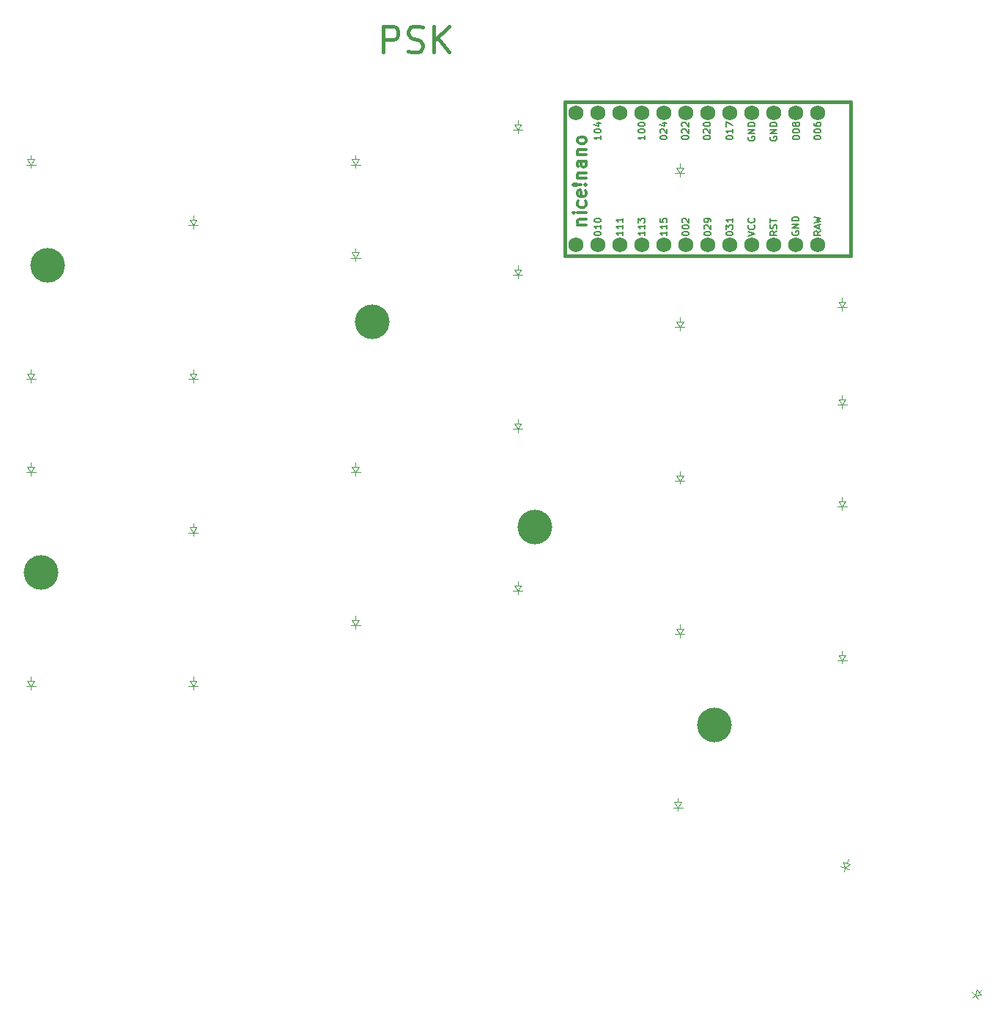
<source format=gbr>
%TF.GenerationSoftware,KiCad,Pcbnew,8.0.7*%
%TF.CreationDate,2024-12-27T12:49:26-06:00*%
%TF.ProjectId,left,6c656674-2e6b-4696-9361-645f70636258,v1.0.0*%
%TF.SameCoordinates,Original*%
%TF.FileFunction,Legend,Top*%
%TF.FilePolarity,Positive*%
%FSLAX46Y46*%
G04 Gerber Fmt 4.6, Leading zero omitted, Abs format (unit mm)*
G04 Created by KiCad (PCBNEW 8.0.7) date 2024-12-27 12:49:26*
%MOMM*%
%LPD*%
G01*
G04 APERTURE LIST*
%ADD10C,0.400000*%
%ADD11C,0.150000*%
%ADD12C,0.300000*%
%ADD13C,0.100000*%
%ADD14C,0.381000*%
%ADD15C,1.752600*%
%ADD16C,4.000000*%
G04 APERTURE END LIST*
D10*
X148527442Y-80617057D02*
X148527442Y-77617057D01*
X148527442Y-77617057D02*
X149670299Y-77617057D01*
X149670299Y-77617057D02*
X149956014Y-77759914D01*
X149956014Y-77759914D02*
X150098871Y-77902771D01*
X150098871Y-77902771D02*
X150241728Y-78188485D01*
X150241728Y-78188485D02*
X150241728Y-78617057D01*
X150241728Y-78617057D02*
X150098871Y-78902771D01*
X150098871Y-78902771D02*
X149956014Y-79045628D01*
X149956014Y-79045628D02*
X149670299Y-79188485D01*
X149670299Y-79188485D02*
X148527442Y-79188485D01*
X151384585Y-80474200D02*
X151813157Y-80617057D01*
X151813157Y-80617057D02*
X152527442Y-80617057D01*
X152527442Y-80617057D02*
X152813157Y-80474200D01*
X152813157Y-80474200D02*
X152956014Y-80331342D01*
X152956014Y-80331342D02*
X153098871Y-80045628D01*
X153098871Y-80045628D02*
X153098871Y-79759914D01*
X153098871Y-79759914D02*
X152956014Y-79474200D01*
X152956014Y-79474200D02*
X152813157Y-79331342D01*
X152813157Y-79331342D02*
X152527442Y-79188485D01*
X152527442Y-79188485D02*
X151956014Y-79045628D01*
X151956014Y-79045628D02*
X151670299Y-78902771D01*
X151670299Y-78902771D02*
X151527442Y-78759914D01*
X151527442Y-78759914D02*
X151384585Y-78474200D01*
X151384585Y-78474200D02*
X151384585Y-78188485D01*
X151384585Y-78188485D02*
X151527442Y-77902771D01*
X151527442Y-77902771D02*
X151670299Y-77759914D01*
X151670299Y-77759914D02*
X151956014Y-77617057D01*
X151956014Y-77617057D02*
X152670299Y-77617057D01*
X152670299Y-77617057D02*
X153098871Y-77759914D01*
X154384585Y-80617057D02*
X154384585Y-77617057D01*
X156098871Y-80617057D02*
X154813157Y-78902771D01*
X156098871Y-77617057D02*
X154384585Y-79331342D01*
D11*
X195812295Y-90512809D02*
X195812295Y-90436619D01*
X195812295Y-90436619D02*
X195850390Y-90360428D01*
X195850390Y-90360428D02*
X195888485Y-90322333D01*
X195888485Y-90322333D02*
X195964676Y-90284238D01*
X195964676Y-90284238D02*
X196117057Y-90246143D01*
X196117057Y-90246143D02*
X196307533Y-90246143D01*
X196307533Y-90246143D02*
X196459914Y-90284238D01*
X196459914Y-90284238D02*
X196536104Y-90322333D01*
X196536104Y-90322333D02*
X196574200Y-90360428D01*
X196574200Y-90360428D02*
X196612295Y-90436619D01*
X196612295Y-90436619D02*
X196612295Y-90512809D01*
X196612295Y-90512809D02*
X196574200Y-90589000D01*
X196574200Y-90589000D02*
X196536104Y-90627095D01*
X196536104Y-90627095D02*
X196459914Y-90665190D01*
X196459914Y-90665190D02*
X196307533Y-90703286D01*
X196307533Y-90703286D02*
X196117057Y-90703286D01*
X196117057Y-90703286D02*
X195964676Y-90665190D01*
X195964676Y-90665190D02*
X195888485Y-90627095D01*
X195888485Y-90627095D02*
X195850390Y-90589000D01*
X195850390Y-90589000D02*
X195812295Y-90512809D01*
X195812295Y-89750904D02*
X195812295Y-89674714D01*
X195812295Y-89674714D02*
X195850390Y-89598523D01*
X195850390Y-89598523D02*
X195888485Y-89560428D01*
X195888485Y-89560428D02*
X195964676Y-89522333D01*
X195964676Y-89522333D02*
X196117057Y-89484238D01*
X196117057Y-89484238D02*
X196307533Y-89484238D01*
X196307533Y-89484238D02*
X196459914Y-89522333D01*
X196459914Y-89522333D02*
X196536104Y-89560428D01*
X196536104Y-89560428D02*
X196574200Y-89598523D01*
X196574200Y-89598523D02*
X196612295Y-89674714D01*
X196612295Y-89674714D02*
X196612295Y-89750904D01*
X196612295Y-89750904D02*
X196574200Y-89827095D01*
X196574200Y-89827095D02*
X196536104Y-89865190D01*
X196536104Y-89865190D02*
X196459914Y-89903285D01*
X196459914Y-89903285D02*
X196307533Y-89941381D01*
X196307533Y-89941381D02*
X196117057Y-89941381D01*
X196117057Y-89941381D02*
X195964676Y-89903285D01*
X195964676Y-89903285D02*
X195888485Y-89865190D01*
X195888485Y-89865190D02*
X195850390Y-89827095D01*
X195850390Y-89827095D02*
X195812295Y-89750904D01*
X196155152Y-89027095D02*
X196117057Y-89103285D01*
X196117057Y-89103285D02*
X196078961Y-89141380D01*
X196078961Y-89141380D02*
X196002771Y-89179476D01*
X196002771Y-89179476D02*
X195964676Y-89179476D01*
X195964676Y-89179476D02*
X195888485Y-89141380D01*
X195888485Y-89141380D02*
X195850390Y-89103285D01*
X195850390Y-89103285D02*
X195812295Y-89027095D01*
X195812295Y-89027095D02*
X195812295Y-88874714D01*
X195812295Y-88874714D02*
X195850390Y-88798523D01*
X195850390Y-88798523D02*
X195888485Y-88760428D01*
X195888485Y-88760428D02*
X195964676Y-88722333D01*
X195964676Y-88722333D02*
X196002771Y-88722333D01*
X196002771Y-88722333D02*
X196078961Y-88760428D01*
X196078961Y-88760428D02*
X196117057Y-88798523D01*
X196117057Y-88798523D02*
X196155152Y-88874714D01*
X196155152Y-88874714D02*
X196155152Y-89027095D01*
X196155152Y-89027095D02*
X196193247Y-89103285D01*
X196193247Y-89103285D02*
X196231342Y-89141380D01*
X196231342Y-89141380D02*
X196307533Y-89179476D01*
X196307533Y-89179476D02*
X196459914Y-89179476D01*
X196459914Y-89179476D02*
X196536104Y-89141380D01*
X196536104Y-89141380D02*
X196574200Y-89103285D01*
X196574200Y-89103285D02*
X196612295Y-89027095D01*
X196612295Y-89027095D02*
X196612295Y-88874714D01*
X196612295Y-88874714D02*
X196574200Y-88798523D01*
X196574200Y-88798523D02*
X196536104Y-88760428D01*
X196536104Y-88760428D02*
X196459914Y-88722333D01*
X196459914Y-88722333D02*
X196307533Y-88722333D01*
X196307533Y-88722333D02*
X196231342Y-88760428D01*
X196231342Y-88760428D02*
X196193247Y-88798523D01*
X196193247Y-88798523D02*
X196155152Y-88874714D01*
X193240390Y-90398523D02*
X193202295Y-90474713D01*
X193202295Y-90474713D02*
X193202295Y-90588999D01*
X193202295Y-90588999D02*
X193240390Y-90703285D01*
X193240390Y-90703285D02*
X193316580Y-90779475D01*
X193316580Y-90779475D02*
X193392771Y-90817570D01*
X193392771Y-90817570D02*
X193545152Y-90855666D01*
X193545152Y-90855666D02*
X193659438Y-90855666D01*
X193659438Y-90855666D02*
X193811819Y-90817570D01*
X193811819Y-90817570D02*
X193888009Y-90779475D01*
X193888009Y-90779475D02*
X193964200Y-90703285D01*
X193964200Y-90703285D02*
X194002295Y-90588999D01*
X194002295Y-90588999D02*
X194002295Y-90512808D01*
X194002295Y-90512808D02*
X193964200Y-90398523D01*
X193964200Y-90398523D02*
X193926104Y-90360427D01*
X193926104Y-90360427D02*
X193659438Y-90360427D01*
X193659438Y-90360427D02*
X193659438Y-90512808D01*
X194002295Y-90017570D02*
X193202295Y-90017570D01*
X193202295Y-90017570D02*
X194002295Y-89560427D01*
X194002295Y-89560427D02*
X193202295Y-89560427D01*
X194002295Y-89179475D02*
X193202295Y-89179475D01*
X193202295Y-89179475D02*
X193202295Y-88988999D01*
X193202295Y-88988999D02*
X193240390Y-88874713D01*
X193240390Y-88874713D02*
X193316580Y-88798523D01*
X193316580Y-88798523D02*
X193392771Y-88760428D01*
X193392771Y-88760428D02*
X193545152Y-88722332D01*
X193545152Y-88722332D02*
X193659438Y-88722332D01*
X193659438Y-88722332D02*
X193811819Y-88760428D01*
X193811819Y-88760428D02*
X193888009Y-88798523D01*
X193888009Y-88798523D02*
X193964200Y-88874713D01*
X193964200Y-88874713D02*
X194002295Y-88988999D01*
X194002295Y-88988999D02*
X194002295Y-89179475D01*
X199082295Y-101276095D02*
X198701342Y-101542762D01*
X199082295Y-101733238D02*
X198282295Y-101733238D01*
X198282295Y-101733238D02*
X198282295Y-101428476D01*
X198282295Y-101428476D02*
X198320390Y-101352286D01*
X198320390Y-101352286D02*
X198358485Y-101314191D01*
X198358485Y-101314191D02*
X198434676Y-101276095D01*
X198434676Y-101276095D02*
X198548961Y-101276095D01*
X198548961Y-101276095D02*
X198625152Y-101314191D01*
X198625152Y-101314191D02*
X198663247Y-101352286D01*
X198663247Y-101352286D02*
X198701342Y-101428476D01*
X198701342Y-101428476D02*
X198701342Y-101733238D01*
X198853723Y-100971334D02*
X198853723Y-100590381D01*
X199082295Y-101047524D02*
X198282295Y-100780857D01*
X198282295Y-100780857D02*
X199082295Y-100514191D01*
X198282295Y-100323715D02*
X199082295Y-100133239D01*
X199082295Y-100133239D02*
X198510866Y-99980858D01*
X198510866Y-99980858D02*
X199082295Y-99828477D01*
X199082295Y-99828477D02*
X198282295Y-99638001D01*
X195780390Y-101314190D02*
X195742295Y-101390380D01*
X195742295Y-101390380D02*
X195742295Y-101504666D01*
X195742295Y-101504666D02*
X195780390Y-101618952D01*
X195780390Y-101618952D02*
X195856580Y-101695142D01*
X195856580Y-101695142D02*
X195932771Y-101733237D01*
X195932771Y-101733237D02*
X196085152Y-101771333D01*
X196085152Y-101771333D02*
X196199438Y-101771333D01*
X196199438Y-101771333D02*
X196351819Y-101733237D01*
X196351819Y-101733237D02*
X196428009Y-101695142D01*
X196428009Y-101695142D02*
X196504200Y-101618952D01*
X196504200Y-101618952D02*
X196542295Y-101504666D01*
X196542295Y-101504666D02*
X196542295Y-101428475D01*
X196542295Y-101428475D02*
X196504200Y-101314190D01*
X196504200Y-101314190D02*
X196466104Y-101276094D01*
X196466104Y-101276094D02*
X196199438Y-101276094D01*
X196199438Y-101276094D02*
X196199438Y-101428475D01*
X196542295Y-100933237D02*
X195742295Y-100933237D01*
X195742295Y-100933237D02*
X196542295Y-100476094D01*
X196542295Y-100476094D02*
X195742295Y-100476094D01*
X196542295Y-100095142D02*
X195742295Y-100095142D01*
X195742295Y-100095142D02*
X195742295Y-99904666D01*
X195742295Y-99904666D02*
X195780390Y-99790380D01*
X195780390Y-99790380D02*
X195856580Y-99714190D01*
X195856580Y-99714190D02*
X195932771Y-99676095D01*
X195932771Y-99676095D02*
X196085152Y-99637999D01*
X196085152Y-99637999D02*
X196199438Y-99637999D01*
X196199438Y-99637999D02*
X196351819Y-99676095D01*
X196351819Y-99676095D02*
X196428009Y-99714190D01*
X196428009Y-99714190D02*
X196504200Y-99790380D01*
X196504200Y-99790380D02*
X196542295Y-99904666D01*
X196542295Y-99904666D02*
X196542295Y-100095142D01*
X180502295Y-90512809D02*
X180502295Y-90436619D01*
X180502295Y-90436619D02*
X180540390Y-90360428D01*
X180540390Y-90360428D02*
X180578485Y-90322333D01*
X180578485Y-90322333D02*
X180654676Y-90284238D01*
X180654676Y-90284238D02*
X180807057Y-90246143D01*
X180807057Y-90246143D02*
X180997533Y-90246143D01*
X180997533Y-90246143D02*
X181149914Y-90284238D01*
X181149914Y-90284238D02*
X181226104Y-90322333D01*
X181226104Y-90322333D02*
X181264200Y-90360428D01*
X181264200Y-90360428D02*
X181302295Y-90436619D01*
X181302295Y-90436619D02*
X181302295Y-90512809D01*
X181302295Y-90512809D02*
X181264200Y-90589000D01*
X181264200Y-90589000D02*
X181226104Y-90627095D01*
X181226104Y-90627095D02*
X181149914Y-90665190D01*
X181149914Y-90665190D02*
X180997533Y-90703286D01*
X180997533Y-90703286D02*
X180807057Y-90703286D01*
X180807057Y-90703286D02*
X180654676Y-90665190D01*
X180654676Y-90665190D02*
X180578485Y-90627095D01*
X180578485Y-90627095D02*
X180540390Y-90589000D01*
X180540390Y-90589000D02*
X180502295Y-90512809D01*
X180578485Y-89941381D02*
X180540390Y-89903285D01*
X180540390Y-89903285D02*
X180502295Y-89827095D01*
X180502295Y-89827095D02*
X180502295Y-89636619D01*
X180502295Y-89636619D02*
X180540390Y-89560428D01*
X180540390Y-89560428D02*
X180578485Y-89522333D01*
X180578485Y-89522333D02*
X180654676Y-89484238D01*
X180654676Y-89484238D02*
X180730866Y-89484238D01*
X180730866Y-89484238D02*
X180845152Y-89522333D01*
X180845152Y-89522333D02*
X181302295Y-89979476D01*
X181302295Y-89979476D02*
X181302295Y-89484238D01*
X180768961Y-88798523D02*
X181302295Y-88798523D01*
X180464200Y-88988999D02*
X181035628Y-89179476D01*
X181035628Y-89179476D02*
X181035628Y-88684237D01*
X181302295Y-101320524D02*
X181302295Y-101777667D01*
X181302295Y-101549095D02*
X180502295Y-101549095D01*
X180502295Y-101549095D02*
X180616580Y-101625286D01*
X180616580Y-101625286D02*
X180692771Y-101701476D01*
X180692771Y-101701476D02*
X180730866Y-101777667D01*
X181302295Y-100558619D02*
X181302295Y-101015762D01*
X181302295Y-100787190D02*
X180502295Y-100787190D01*
X180502295Y-100787190D02*
X180616580Y-100863381D01*
X180616580Y-100863381D02*
X180692771Y-100939571D01*
X180692771Y-100939571D02*
X180730866Y-101015762D01*
X180502295Y-99834809D02*
X180502295Y-100215761D01*
X180502295Y-100215761D02*
X180883247Y-100253857D01*
X180883247Y-100253857D02*
X180845152Y-100215761D01*
X180845152Y-100215761D02*
X180807057Y-100139571D01*
X180807057Y-100139571D02*
X180807057Y-99949095D01*
X180807057Y-99949095D02*
X180845152Y-99872904D01*
X180845152Y-99872904D02*
X180883247Y-99834809D01*
X180883247Y-99834809D02*
X180959438Y-99796714D01*
X180959438Y-99796714D02*
X181149914Y-99796714D01*
X181149914Y-99796714D02*
X181226104Y-99834809D01*
X181226104Y-99834809D02*
X181264200Y-99872904D01*
X181264200Y-99872904D02*
X181302295Y-99949095D01*
X181302295Y-99949095D02*
X181302295Y-100139571D01*
X181302295Y-100139571D02*
X181264200Y-100215761D01*
X181264200Y-100215761D02*
X181226104Y-100253857D01*
X178762295Y-101320524D02*
X178762295Y-101777667D01*
X178762295Y-101549095D02*
X177962295Y-101549095D01*
X177962295Y-101549095D02*
X178076580Y-101625286D01*
X178076580Y-101625286D02*
X178152771Y-101701476D01*
X178152771Y-101701476D02*
X178190866Y-101777667D01*
X178762295Y-100558619D02*
X178762295Y-101015762D01*
X178762295Y-100787190D02*
X177962295Y-100787190D01*
X177962295Y-100787190D02*
X178076580Y-100863381D01*
X178076580Y-100863381D02*
X178152771Y-100939571D01*
X178152771Y-100939571D02*
X178190866Y-101015762D01*
X177962295Y-100291952D02*
X177962295Y-99796714D01*
X177962295Y-99796714D02*
X178267057Y-100063380D01*
X178267057Y-100063380D02*
X178267057Y-99949095D01*
X178267057Y-99949095D02*
X178305152Y-99872904D01*
X178305152Y-99872904D02*
X178343247Y-99834809D01*
X178343247Y-99834809D02*
X178419438Y-99796714D01*
X178419438Y-99796714D02*
X178609914Y-99796714D01*
X178609914Y-99796714D02*
X178686104Y-99834809D01*
X178686104Y-99834809D02*
X178724200Y-99872904D01*
X178724200Y-99872904D02*
X178762295Y-99949095D01*
X178762295Y-99949095D02*
X178762295Y-100177666D01*
X178762295Y-100177666D02*
X178724200Y-100253857D01*
X178724200Y-100253857D02*
X178686104Y-100291952D01*
X188122295Y-101587190D02*
X188122295Y-101511000D01*
X188122295Y-101511000D02*
X188160390Y-101434809D01*
X188160390Y-101434809D02*
X188198485Y-101396714D01*
X188198485Y-101396714D02*
X188274676Y-101358619D01*
X188274676Y-101358619D02*
X188427057Y-101320524D01*
X188427057Y-101320524D02*
X188617533Y-101320524D01*
X188617533Y-101320524D02*
X188769914Y-101358619D01*
X188769914Y-101358619D02*
X188846104Y-101396714D01*
X188846104Y-101396714D02*
X188884200Y-101434809D01*
X188884200Y-101434809D02*
X188922295Y-101511000D01*
X188922295Y-101511000D02*
X188922295Y-101587190D01*
X188922295Y-101587190D02*
X188884200Y-101663381D01*
X188884200Y-101663381D02*
X188846104Y-101701476D01*
X188846104Y-101701476D02*
X188769914Y-101739571D01*
X188769914Y-101739571D02*
X188617533Y-101777667D01*
X188617533Y-101777667D02*
X188427057Y-101777667D01*
X188427057Y-101777667D02*
X188274676Y-101739571D01*
X188274676Y-101739571D02*
X188198485Y-101701476D01*
X188198485Y-101701476D02*
X188160390Y-101663381D01*
X188160390Y-101663381D02*
X188122295Y-101587190D01*
X188122295Y-101053857D02*
X188122295Y-100558619D01*
X188122295Y-100558619D02*
X188427057Y-100825285D01*
X188427057Y-100825285D02*
X188427057Y-100711000D01*
X188427057Y-100711000D02*
X188465152Y-100634809D01*
X188465152Y-100634809D02*
X188503247Y-100596714D01*
X188503247Y-100596714D02*
X188579438Y-100558619D01*
X188579438Y-100558619D02*
X188769914Y-100558619D01*
X188769914Y-100558619D02*
X188846104Y-100596714D01*
X188846104Y-100596714D02*
X188884200Y-100634809D01*
X188884200Y-100634809D02*
X188922295Y-100711000D01*
X188922295Y-100711000D02*
X188922295Y-100939571D01*
X188922295Y-100939571D02*
X188884200Y-101015762D01*
X188884200Y-101015762D02*
X188846104Y-101053857D01*
X188922295Y-99796714D02*
X188922295Y-100253857D01*
X188922295Y-100025285D02*
X188122295Y-100025285D01*
X188122295Y-100025285D02*
X188236580Y-100101476D01*
X188236580Y-100101476D02*
X188312771Y-100177666D01*
X188312771Y-100177666D02*
X188350866Y-100253857D01*
X185582295Y-101587190D02*
X185582295Y-101511000D01*
X185582295Y-101511000D02*
X185620390Y-101434809D01*
X185620390Y-101434809D02*
X185658485Y-101396714D01*
X185658485Y-101396714D02*
X185734676Y-101358619D01*
X185734676Y-101358619D02*
X185887057Y-101320524D01*
X185887057Y-101320524D02*
X186077533Y-101320524D01*
X186077533Y-101320524D02*
X186229914Y-101358619D01*
X186229914Y-101358619D02*
X186306104Y-101396714D01*
X186306104Y-101396714D02*
X186344200Y-101434809D01*
X186344200Y-101434809D02*
X186382295Y-101511000D01*
X186382295Y-101511000D02*
X186382295Y-101587190D01*
X186382295Y-101587190D02*
X186344200Y-101663381D01*
X186344200Y-101663381D02*
X186306104Y-101701476D01*
X186306104Y-101701476D02*
X186229914Y-101739571D01*
X186229914Y-101739571D02*
X186077533Y-101777667D01*
X186077533Y-101777667D02*
X185887057Y-101777667D01*
X185887057Y-101777667D02*
X185734676Y-101739571D01*
X185734676Y-101739571D02*
X185658485Y-101701476D01*
X185658485Y-101701476D02*
X185620390Y-101663381D01*
X185620390Y-101663381D02*
X185582295Y-101587190D01*
X185658485Y-101015762D02*
X185620390Y-100977666D01*
X185620390Y-100977666D02*
X185582295Y-100901476D01*
X185582295Y-100901476D02*
X185582295Y-100711000D01*
X185582295Y-100711000D02*
X185620390Y-100634809D01*
X185620390Y-100634809D02*
X185658485Y-100596714D01*
X185658485Y-100596714D02*
X185734676Y-100558619D01*
X185734676Y-100558619D02*
X185810866Y-100558619D01*
X185810866Y-100558619D02*
X185925152Y-100596714D01*
X185925152Y-100596714D02*
X186382295Y-101053857D01*
X186382295Y-101053857D02*
X186382295Y-100558619D01*
X186382295Y-100177666D02*
X186382295Y-100025285D01*
X186382295Y-100025285D02*
X186344200Y-99949095D01*
X186344200Y-99949095D02*
X186306104Y-99910999D01*
X186306104Y-99910999D02*
X186191819Y-99834809D01*
X186191819Y-99834809D02*
X186039438Y-99796714D01*
X186039438Y-99796714D02*
X185734676Y-99796714D01*
X185734676Y-99796714D02*
X185658485Y-99834809D01*
X185658485Y-99834809D02*
X185620390Y-99872904D01*
X185620390Y-99872904D02*
X185582295Y-99949095D01*
X185582295Y-99949095D02*
X185582295Y-100101476D01*
X185582295Y-100101476D02*
X185620390Y-100177666D01*
X185620390Y-100177666D02*
X185658485Y-100215761D01*
X185658485Y-100215761D02*
X185734676Y-100253857D01*
X185734676Y-100253857D02*
X185925152Y-100253857D01*
X185925152Y-100253857D02*
X186001342Y-100215761D01*
X186001342Y-100215761D02*
X186039438Y-100177666D01*
X186039438Y-100177666D02*
X186077533Y-100101476D01*
X186077533Y-100101476D02*
X186077533Y-99949095D01*
X186077533Y-99949095D02*
X186039438Y-99872904D01*
X186039438Y-99872904D02*
X186001342Y-99834809D01*
X186001342Y-99834809D02*
X185925152Y-99796714D01*
X178762295Y-90246143D02*
X178762295Y-90703286D01*
X178762295Y-90474714D02*
X177962295Y-90474714D01*
X177962295Y-90474714D02*
X178076580Y-90550905D01*
X178076580Y-90550905D02*
X178152771Y-90627095D01*
X178152771Y-90627095D02*
X178190866Y-90703286D01*
X177962295Y-89750904D02*
X177962295Y-89674714D01*
X177962295Y-89674714D02*
X178000390Y-89598523D01*
X178000390Y-89598523D02*
X178038485Y-89560428D01*
X178038485Y-89560428D02*
X178114676Y-89522333D01*
X178114676Y-89522333D02*
X178267057Y-89484238D01*
X178267057Y-89484238D02*
X178457533Y-89484238D01*
X178457533Y-89484238D02*
X178609914Y-89522333D01*
X178609914Y-89522333D02*
X178686104Y-89560428D01*
X178686104Y-89560428D02*
X178724200Y-89598523D01*
X178724200Y-89598523D02*
X178762295Y-89674714D01*
X178762295Y-89674714D02*
X178762295Y-89750904D01*
X178762295Y-89750904D02*
X178724200Y-89827095D01*
X178724200Y-89827095D02*
X178686104Y-89865190D01*
X178686104Y-89865190D02*
X178609914Y-89903285D01*
X178609914Y-89903285D02*
X178457533Y-89941381D01*
X178457533Y-89941381D02*
X178267057Y-89941381D01*
X178267057Y-89941381D02*
X178114676Y-89903285D01*
X178114676Y-89903285D02*
X178038485Y-89865190D01*
X178038485Y-89865190D02*
X178000390Y-89827095D01*
X178000390Y-89827095D02*
X177962295Y-89750904D01*
X177962295Y-88988999D02*
X177962295Y-88912809D01*
X177962295Y-88912809D02*
X178000390Y-88836618D01*
X178000390Y-88836618D02*
X178038485Y-88798523D01*
X178038485Y-88798523D02*
X178114676Y-88760428D01*
X178114676Y-88760428D02*
X178267057Y-88722333D01*
X178267057Y-88722333D02*
X178457533Y-88722333D01*
X178457533Y-88722333D02*
X178609914Y-88760428D01*
X178609914Y-88760428D02*
X178686104Y-88798523D01*
X178686104Y-88798523D02*
X178724200Y-88836618D01*
X178724200Y-88836618D02*
X178762295Y-88912809D01*
X178762295Y-88912809D02*
X178762295Y-88988999D01*
X178762295Y-88988999D02*
X178724200Y-89065190D01*
X178724200Y-89065190D02*
X178686104Y-89103285D01*
X178686104Y-89103285D02*
X178609914Y-89141380D01*
X178609914Y-89141380D02*
X178457533Y-89179476D01*
X178457533Y-89179476D02*
X178267057Y-89179476D01*
X178267057Y-89179476D02*
X178114676Y-89141380D01*
X178114676Y-89141380D02*
X178038485Y-89103285D01*
X178038485Y-89103285D02*
X178000390Y-89065190D01*
X178000390Y-89065190D02*
X177962295Y-88988999D01*
X190700390Y-90398523D02*
X190662295Y-90474713D01*
X190662295Y-90474713D02*
X190662295Y-90588999D01*
X190662295Y-90588999D02*
X190700390Y-90703285D01*
X190700390Y-90703285D02*
X190776580Y-90779475D01*
X190776580Y-90779475D02*
X190852771Y-90817570D01*
X190852771Y-90817570D02*
X191005152Y-90855666D01*
X191005152Y-90855666D02*
X191119438Y-90855666D01*
X191119438Y-90855666D02*
X191271819Y-90817570D01*
X191271819Y-90817570D02*
X191348009Y-90779475D01*
X191348009Y-90779475D02*
X191424200Y-90703285D01*
X191424200Y-90703285D02*
X191462295Y-90588999D01*
X191462295Y-90588999D02*
X191462295Y-90512808D01*
X191462295Y-90512808D02*
X191424200Y-90398523D01*
X191424200Y-90398523D02*
X191386104Y-90360427D01*
X191386104Y-90360427D02*
X191119438Y-90360427D01*
X191119438Y-90360427D02*
X191119438Y-90512808D01*
X191462295Y-90017570D02*
X190662295Y-90017570D01*
X190662295Y-90017570D02*
X191462295Y-89560427D01*
X191462295Y-89560427D02*
X190662295Y-89560427D01*
X191462295Y-89179475D02*
X190662295Y-89179475D01*
X190662295Y-89179475D02*
X190662295Y-88988999D01*
X190662295Y-88988999D02*
X190700390Y-88874713D01*
X190700390Y-88874713D02*
X190776580Y-88798523D01*
X190776580Y-88798523D02*
X190852771Y-88760428D01*
X190852771Y-88760428D02*
X191005152Y-88722332D01*
X191005152Y-88722332D02*
X191119438Y-88722332D01*
X191119438Y-88722332D02*
X191271819Y-88760428D01*
X191271819Y-88760428D02*
X191348009Y-88798523D01*
X191348009Y-88798523D02*
X191424200Y-88874713D01*
X191424200Y-88874713D02*
X191462295Y-88988999D01*
X191462295Y-88988999D02*
X191462295Y-89179475D01*
X194002295Y-101276094D02*
X193621342Y-101542761D01*
X194002295Y-101733237D02*
X193202295Y-101733237D01*
X193202295Y-101733237D02*
X193202295Y-101428475D01*
X193202295Y-101428475D02*
X193240390Y-101352285D01*
X193240390Y-101352285D02*
X193278485Y-101314190D01*
X193278485Y-101314190D02*
X193354676Y-101276094D01*
X193354676Y-101276094D02*
X193468961Y-101276094D01*
X193468961Y-101276094D02*
X193545152Y-101314190D01*
X193545152Y-101314190D02*
X193583247Y-101352285D01*
X193583247Y-101352285D02*
X193621342Y-101428475D01*
X193621342Y-101428475D02*
X193621342Y-101733237D01*
X193964200Y-100971333D02*
X194002295Y-100857047D01*
X194002295Y-100857047D02*
X194002295Y-100666571D01*
X194002295Y-100666571D02*
X193964200Y-100590380D01*
X193964200Y-100590380D02*
X193926104Y-100552285D01*
X193926104Y-100552285D02*
X193849914Y-100514190D01*
X193849914Y-100514190D02*
X193773723Y-100514190D01*
X193773723Y-100514190D02*
X193697533Y-100552285D01*
X193697533Y-100552285D02*
X193659438Y-100590380D01*
X193659438Y-100590380D02*
X193621342Y-100666571D01*
X193621342Y-100666571D02*
X193583247Y-100818952D01*
X193583247Y-100818952D02*
X193545152Y-100895142D01*
X193545152Y-100895142D02*
X193507057Y-100933237D01*
X193507057Y-100933237D02*
X193430866Y-100971333D01*
X193430866Y-100971333D02*
X193354676Y-100971333D01*
X193354676Y-100971333D02*
X193278485Y-100933237D01*
X193278485Y-100933237D02*
X193240390Y-100895142D01*
X193240390Y-100895142D02*
X193202295Y-100818952D01*
X193202295Y-100818952D02*
X193202295Y-100628475D01*
X193202295Y-100628475D02*
X193240390Y-100514190D01*
X193202295Y-100285618D02*
X193202295Y-99828475D01*
X194002295Y-100057047D02*
X193202295Y-100057047D01*
X188112295Y-90512809D02*
X188112295Y-90436619D01*
X188112295Y-90436619D02*
X188150390Y-90360428D01*
X188150390Y-90360428D02*
X188188485Y-90322333D01*
X188188485Y-90322333D02*
X188264676Y-90284238D01*
X188264676Y-90284238D02*
X188417057Y-90246143D01*
X188417057Y-90246143D02*
X188607533Y-90246143D01*
X188607533Y-90246143D02*
X188759914Y-90284238D01*
X188759914Y-90284238D02*
X188836104Y-90322333D01*
X188836104Y-90322333D02*
X188874200Y-90360428D01*
X188874200Y-90360428D02*
X188912295Y-90436619D01*
X188912295Y-90436619D02*
X188912295Y-90512809D01*
X188912295Y-90512809D02*
X188874200Y-90589000D01*
X188874200Y-90589000D02*
X188836104Y-90627095D01*
X188836104Y-90627095D02*
X188759914Y-90665190D01*
X188759914Y-90665190D02*
X188607533Y-90703286D01*
X188607533Y-90703286D02*
X188417057Y-90703286D01*
X188417057Y-90703286D02*
X188264676Y-90665190D01*
X188264676Y-90665190D02*
X188188485Y-90627095D01*
X188188485Y-90627095D02*
X188150390Y-90589000D01*
X188150390Y-90589000D02*
X188112295Y-90512809D01*
X188912295Y-89484238D02*
X188912295Y-89941381D01*
X188912295Y-89712809D02*
X188112295Y-89712809D01*
X188112295Y-89712809D02*
X188226580Y-89789000D01*
X188226580Y-89789000D02*
X188302771Y-89865190D01*
X188302771Y-89865190D02*
X188340866Y-89941381D01*
X188112295Y-89217571D02*
X188112295Y-88684237D01*
X188112295Y-88684237D02*
X188912295Y-89027095D01*
X183012295Y-90512809D02*
X183012295Y-90436619D01*
X183012295Y-90436619D02*
X183050390Y-90360428D01*
X183050390Y-90360428D02*
X183088485Y-90322333D01*
X183088485Y-90322333D02*
X183164676Y-90284238D01*
X183164676Y-90284238D02*
X183317057Y-90246143D01*
X183317057Y-90246143D02*
X183507533Y-90246143D01*
X183507533Y-90246143D02*
X183659914Y-90284238D01*
X183659914Y-90284238D02*
X183736104Y-90322333D01*
X183736104Y-90322333D02*
X183774200Y-90360428D01*
X183774200Y-90360428D02*
X183812295Y-90436619D01*
X183812295Y-90436619D02*
X183812295Y-90512809D01*
X183812295Y-90512809D02*
X183774200Y-90589000D01*
X183774200Y-90589000D02*
X183736104Y-90627095D01*
X183736104Y-90627095D02*
X183659914Y-90665190D01*
X183659914Y-90665190D02*
X183507533Y-90703286D01*
X183507533Y-90703286D02*
X183317057Y-90703286D01*
X183317057Y-90703286D02*
X183164676Y-90665190D01*
X183164676Y-90665190D02*
X183088485Y-90627095D01*
X183088485Y-90627095D02*
X183050390Y-90589000D01*
X183050390Y-90589000D02*
X183012295Y-90512809D01*
X183088485Y-89941381D02*
X183050390Y-89903285D01*
X183050390Y-89903285D02*
X183012295Y-89827095D01*
X183012295Y-89827095D02*
X183012295Y-89636619D01*
X183012295Y-89636619D02*
X183050390Y-89560428D01*
X183050390Y-89560428D02*
X183088485Y-89522333D01*
X183088485Y-89522333D02*
X183164676Y-89484238D01*
X183164676Y-89484238D02*
X183240866Y-89484238D01*
X183240866Y-89484238D02*
X183355152Y-89522333D01*
X183355152Y-89522333D02*
X183812295Y-89979476D01*
X183812295Y-89979476D02*
X183812295Y-89484238D01*
X183088485Y-89179476D02*
X183050390Y-89141380D01*
X183050390Y-89141380D02*
X183012295Y-89065190D01*
X183012295Y-89065190D02*
X183012295Y-88874714D01*
X183012295Y-88874714D02*
X183050390Y-88798523D01*
X183050390Y-88798523D02*
X183088485Y-88760428D01*
X183088485Y-88760428D02*
X183164676Y-88722333D01*
X183164676Y-88722333D02*
X183240866Y-88722333D01*
X183240866Y-88722333D02*
X183355152Y-88760428D01*
X183355152Y-88760428D02*
X183812295Y-89217571D01*
X183812295Y-89217571D02*
X183812295Y-88722333D01*
X190662295Y-101853857D02*
X191462295Y-101587190D01*
X191462295Y-101587190D02*
X190662295Y-101320524D01*
X191386104Y-100596714D02*
X191424200Y-100634810D01*
X191424200Y-100634810D02*
X191462295Y-100749095D01*
X191462295Y-100749095D02*
X191462295Y-100825286D01*
X191462295Y-100825286D02*
X191424200Y-100939572D01*
X191424200Y-100939572D02*
X191348009Y-101015762D01*
X191348009Y-101015762D02*
X191271819Y-101053857D01*
X191271819Y-101053857D02*
X191119438Y-101091953D01*
X191119438Y-101091953D02*
X191005152Y-101091953D01*
X191005152Y-101091953D02*
X190852771Y-101053857D01*
X190852771Y-101053857D02*
X190776580Y-101015762D01*
X190776580Y-101015762D02*
X190700390Y-100939572D01*
X190700390Y-100939572D02*
X190662295Y-100825286D01*
X190662295Y-100825286D02*
X190662295Y-100749095D01*
X190662295Y-100749095D02*
X190700390Y-100634810D01*
X190700390Y-100634810D02*
X190738485Y-100596714D01*
X191386104Y-99796714D02*
X191424200Y-99834810D01*
X191424200Y-99834810D02*
X191462295Y-99949095D01*
X191462295Y-99949095D02*
X191462295Y-100025286D01*
X191462295Y-100025286D02*
X191424200Y-100139572D01*
X191424200Y-100139572D02*
X191348009Y-100215762D01*
X191348009Y-100215762D02*
X191271819Y-100253857D01*
X191271819Y-100253857D02*
X191119438Y-100291953D01*
X191119438Y-100291953D02*
X191005152Y-100291953D01*
X191005152Y-100291953D02*
X190852771Y-100253857D01*
X190852771Y-100253857D02*
X190776580Y-100215762D01*
X190776580Y-100215762D02*
X190700390Y-100139572D01*
X190700390Y-100139572D02*
X190662295Y-100025286D01*
X190662295Y-100025286D02*
X190662295Y-99949095D01*
X190662295Y-99949095D02*
X190700390Y-99834810D01*
X190700390Y-99834810D02*
X190738485Y-99796714D01*
D12*
X170966328Y-100539714D02*
X171966328Y-100539714D01*
X171109185Y-100539714D02*
X171037757Y-100468285D01*
X171037757Y-100468285D02*
X170966328Y-100325428D01*
X170966328Y-100325428D02*
X170966328Y-100111142D01*
X170966328Y-100111142D02*
X171037757Y-99968285D01*
X171037757Y-99968285D02*
X171180614Y-99896857D01*
X171180614Y-99896857D02*
X171966328Y-99896857D01*
X171966328Y-99182571D02*
X170966328Y-99182571D01*
X170466328Y-99182571D02*
X170537757Y-99253999D01*
X170537757Y-99253999D02*
X170609185Y-99182571D01*
X170609185Y-99182571D02*
X170537757Y-99111142D01*
X170537757Y-99111142D02*
X170466328Y-99182571D01*
X170466328Y-99182571D02*
X170609185Y-99182571D01*
X171894900Y-97825428D02*
X171966328Y-97968285D01*
X171966328Y-97968285D02*
X171966328Y-98253999D01*
X171966328Y-98253999D02*
X171894900Y-98396856D01*
X171894900Y-98396856D02*
X171823471Y-98468285D01*
X171823471Y-98468285D02*
X171680614Y-98539713D01*
X171680614Y-98539713D02*
X171252042Y-98539713D01*
X171252042Y-98539713D02*
X171109185Y-98468285D01*
X171109185Y-98468285D02*
X171037757Y-98396856D01*
X171037757Y-98396856D02*
X170966328Y-98253999D01*
X170966328Y-98253999D02*
X170966328Y-97968285D01*
X170966328Y-97968285D02*
X171037757Y-97825428D01*
X171894900Y-96611142D02*
X171966328Y-96753999D01*
X171966328Y-96753999D02*
X171966328Y-97039714D01*
X171966328Y-97039714D02*
X171894900Y-97182571D01*
X171894900Y-97182571D02*
X171752042Y-97253999D01*
X171752042Y-97253999D02*
X171180614Y-97253999D01*
X171180614Y-97253999D02*
X171037757Y-97182571D01*
X171037757Y-97182571D02*
X170966328Y-97039714D01*
X170966328Y-97039714D02*
X170966328Y-96753999D01*
X170966328Y-96753999D02*
X171037757Y-96611142D01*
X171037757Y-96611142D02*
X171180614Y-96539714D01*
X171180614Y-96539714D02*
X171323471Y-96539714D01*
X171323471Y-96539714D02*
X171466328Y-97253999D01*
X171823471Y-95896857D02*
X171894900Y-95825428D01*
X171894900Y-95825428D02*
X171966328Y-95896857D01*
X171966328Y-95896857D02*
X171894900Y-95968285D01*
X171894900Y-95968285D02*
X171823471Y-95896857D01*
X171823471Y-95896857D02*
X171966328Y-95896857D01*
X171394900Y-95896857D02*
X170537757Y-95968285D01*
X170537757Y-95968285D02*
X170466328Y-95896857D01*
X170466328Y-95896857D02*
X170537757Y-95825428D01*
X170537757Y-95825428D02*
X171394900Y-95896857D01*
X171394900Y-95896857D02*
X170466328Y-95896857D01*
X170966328Y-95182571D02*
X171966328Y-95182571D01*
X171109185Y-95182571D02*
X171037757Y-95111142D01*
X171037757Y-95111142D02*
X170966328Y-94968285D01*
X170966328Y-94968285D02*
X170966328Y-94753999D01*
X170966328Y-94753999D02*
X171037757Y-94611142D01*
X171037757Y-94611142D02*
X171180614Y-94539714D01*
X171180614Y-94539714D02*
X171966328Y-94539714D01*
X171966328Y-93182571D02*
X171180614Y-93182571D01*
X171180614Y-93182571D02*
X171037757Y-93253999D01*
X171037757Y-93253999D02*
X170966328Y-93396856D01*
X170966328Y-93396856D02*
X170966328Y-93682571D01*
X170966328Y-93682571D02*
X171037757Y-93825428D01*
X171894900Y-93182571D02*
X171966328Y-93325428D01*
X171966328Y-93325428D02*
X171966328Y-93682571D01*
X171966328Y-93682571D02*
X171894900Y-93825428D01*
X171894900Y-93825428D02*
X171752042Y-93896856D01*
X171752042Y-93896856D02*
X171609185Y-93896856D01*
X171609185Y-93896856D02*
X171466328Y-93825428D01*
X171466328Y-93825428D02*
X171394900Y-93682571D01*
X171394900Y-93682571D02*
X171394900Y-93325428D01*
X171394900Y-93325428D02*
X171323471Y-93182571D01*
X170966328Y-92468285D02*
X171966328Y-92468285D01*
X171109185Y-92468285D02*
X171037757Y-92396856D01*
X171037757Y-92396856D02*
X170966328Y-92253999D01*
X170966328Y-92253999D02*
X170966328Y-92039713D01*
X170966328Y-92039713D02*
X171037757Y-91896856D01*
X171037757Y-91896856D02*
X171180614Y-91825428D01*
X171180614Y-91825428D02*
X171966328Y-91825428D01*
X171966328Y-90896856D02*
X171894900Y-91039713D01*
X171894900Y-91039713D02*
X171823471Y-91111142D01*
X171823471Y-91111142D02*
X171680614Y-91182570D01*
X171680614Y-91182570D02*
X171252042Y-91182570D01*
X171252042Y-91182570D02*
X171109185Y-91111142D01*
X171109185Y-91111142D02*
X171037757Y-91039713D01*
X171037757Y-91039713D02*
X170966328Y-90896856D01*
X170966328Y-90896856D02*
X170966328Y-90682570D01*
X170966328Y-90682570D02*
X171037757Y-90539713D01*
X171037757Y-90539713D02*
X171109185Y-90468285D01*
X171109185Y-90468285D02*
X171252042Y-90396856D01*
X171252042Y-90396856D02*
X171680614Y-90396856D01*
X171680614Y-90396856D02*
X171823471Y-90468285D01*
X171823471Y-90468285D02*
X171894900Y-90539713D01*
X171894900Y-90539713D02*
X171966328Y-90682570D01*
X171966328Y-90682570D02*
X171966328Y-90896856D01*
D11*
X176222295Y-101320524D02*
X176222295Y-101777667D01*
X176222295Y-101549095D02*
X175422295Y-101549095D01*
X175422295Y-101549095D02*
X175536580Y-101625286D01*
X175536580Y-101625286D02*
X175612771Y-101701476D01*
X175612771Y-101701476D02*
X175650866Y-101777667D01*
X176222295Y-100558619D02*
X176222295Y-101015762D01*
X176222295Y-100787190D02*
X175422295Y-100787190D01*
X175422295Y-100787190D02*
X175536580Y-100863381D01*
X175536580Y-100863381D02*
X175612771Y-100939571D01*
X175612771Y-100939571D02*
X175650866Y-101015762D01*
X176222295Y-99796714D02*
X176222295Y-100253857D01*
X176222295Y-100025285D02*
X175422295Y-100025285D01*
X175422295Y-100025285D02*
X175536580Y-100101476D01*
X175536580Y-100101476D02*
X175612771Y-100177666D01*
X175612771Y-100177666D02*
X175650866Y-100253857D01*
X172882295Y-101587190D02*
X172882295Y-101511000D01*
X172882295Y-101511000D02*
X172920390Y-101434809D01*
X172920390Y-101434809D02*
X172958485Y-101396714D01*
X172958485Y-101396714D02*
X173034676Y-101358619D01*
X173034676Y-101358619D02*
X173187057Y-101320524D01*
X173187057Y-101320524D02*
X173377533Y-101320524D01*
X173377533Y-101320524D02*
X173529914Y-101358619D01*
X173529914Y-101358619D02*
X173606104Y-101396714D01*
X173606104Y-101396714D02*
X173644200Y-101434809D01*
X173644200Y-101434809D02*
X173682295Y-101511000D01*
X173682295Y-101511000D02*
X173682295Y-101587190D01*
X173682295Y-101587190D02*
X173644200Y-101663381D01*
X173644200Y-101663381D02*
X173606104Y-101701476D01*
X173606104Y-101701476D02*
X173529914Y-101739571D01*
X173529914Y-101739571D02*
X173377533Y-101777667D01*
X173377533Y-101777667D02*
X173187057Y-101777667D01*
X173187057Y-101777667D02*
X173034676Y-101739571D01*
X173034676Y-101739571D02*
X172958485Y-101701476D01*
X172958485Y-101701476D02*
X172920390Y-101663381D01*
X172920390Y-101663381D02*
X172882295Y-101587190D01*
X173682295Y-100558619D02*
X173682295Y-101015762D01*
X173682295Y-100787190D02*
X172882295Y-100787190D01*
X172882295Y-100787190D02*
X172996580Y-100863381D01*
X172996580Y-100863381D02*
X173072771Y-100939571D01*
X173072771Y-100939571D02*
X173110866Y-101015762D01*
X172882295Y-100063380D02*
X172882295Y-99987190D01*
X172882295Y-99987190D02*
X172920390Y-99910999D01*
X172920390Y-99910999D02*
X172958485Y-99872904D01*
X172958485Y-99872904D02*
X173034676Y-99834809D01*
X173034676Y-99834809D02*
X173187057Y-99796714D01*
X173187057Y-99796714D02*
X173377533Y-99796714D01*
X173377533Y-99796714D02*
X173529914Y-99834809D01*
X173529914Y-99834809D02*
X173606104Y-99872904D01*
X173606104Y-99872904D02*
X173644200Y-99910999D01*
X173644200Y-99910999D02*
X173682295Y-99987190D01*
X173682295Y-99987190D02*
X173682295Y-100063380D01*
X173682295Y-100063380D02*
X173644200Y-100139571D01*
X173644200Y-100139571D02*
X173606104Y-100177666D01*
X173606104Y-100177666D02*
X173529914Y-100215761D01*
X173529914Y-100215761D02*
X173377533Y-100253857D01*
X173377533Y-100253857D02*
X173187057Y-100253857D01*
X173187057Y-100253857D02*
X173034676Y-100215761D01*
X173034676Y-100215761D02*
X172958485Y-100177666D01*
X172958485Y-100177666D02*
X172920390Y-100139571D01*
X172920390Y-100139571D02*
X172882295Y-100063380D01*
X183042295Y-101587190D02*
X183042295Y-101511000D01*
X183042295Y-101511000D02*
X183080390Y-101434809D01*
X183080390Y-101434809D02*
X183118485Y-101396714D01*
X183118485Y-101396714D02*
X183194676Y-101358619D01*
X183194676Y-101358619D02*
X183347057Y-101320524D01*
X183347057Y-101320524D02*
X183537533Y-101320524D01*
X183537533Y-101320524D02*
X183689914Y-101358619D01*
X183689914Y-101358619D02*
X183766104Y-101396714D01*
X183766104Y-101396714D02*
X183804200Y-101434809D01*
X183804200Y-101434809D02*
X183842295Y-101511000D01*
X183842295Y-101511000D02*
X183842295Y-101587190D01*
X183842295Y-101587190D02*
X183804200Y-101663381D01*
X183804200Y-101663381D02*
X183766104Y-101701476D01*
X183766104Y-101701476D02*
X183689914Y-101739571D01*
X183689914Y-101739571D02*
X183537533Y-101777667D01*
X183537533Y-101777667D02*
X183347057Y-101777667D01*
X183347057Y-101777667D02*
X183194676Y-101739571D01*
X183194676Y-101739571D02*
X183118485Y-101701476D01*
X183118485Y-101701476D02*
X183080390Y-101663381D01*
X183080390Y-101663381D02*
X183042295Y-101587190D01*
X183042295Y-100825285D02*
X183042295Y-100749095D01*
X183042295Y-100749095D02*
X183080390Y-100672904D01*
X183080390Y-100672904D02*
X183118485Y-100634809D01*
X183118485Y-100634809D02*
X183194676Y-100596714D01*
X183194676Y-100596714D02*
X183347057Y-100558619D01*
X183347057Y-100558619D02*
X183537533Y-100558619D01*
X183537533Y-100558619D02*
X183689914Y-100596714D01*
X183689914Y-100596714D02*
X183766104Y-100634809D01*
X183766104Y-100634809D02*
X183804200Y-100672904D01*
X183804200Y-100672904D02*
X183842295Y-100749095D01*
X183842295Y-100749095D02*
X183842295Y-100825285D01*
X183842295Y-100825285D02*
X183804200Y-100901476D01*
X183804200Y-100901476D02*
X183766104Y-100939571D01*
X183766104Y-100939571D02*
X183689914Y-100977666D01*
X183689914Y-100977666D02*
X183537533Y-101015762D01*
X183537533Y-101015762D02*
X183347057Y-101015762D01*
X183347057Y-101015762D02*
X183194676Y-100977666D01*
X183194676Y-100977666D02*
X183118485Y-100939571D01*
X183118485Y-100939571D02*
X183080390Y-100901476D01*
X183080390Y-100901476D02*
X183042295Y-100825285D01*
X183118485Y-100253857D02*
X183080390Y-100215761D01*
X183080390Y-100215761D02*
X183042295Y-100139571D01*
X183042295Y-100139571D02*
X183042295Y-99949095D01*
X183042295Y-99949095D02*
X183080390Y-99872904D01*
X183080390Y-99872904D02*
X183118485Y-99834809D01*
X183118485Y-99834809D02*
X183194676Y-99796714D01*
X183194676Y-99796714D02*
X183270866Y-99796714D01*
X183270866Y-99796714D02*
X183385152Y-99834809D01*
X183385152Y-99834809D02*
X183842295Y-100291952D01*
X183842295Y-100291952D02*
X183842295Y-99796714D01*
X198282295Y-90512809D02*
X198282295Y-90436619D01*
X198282295Y-90436619D02*
X198320390Y-90360428D01*
X198320390Y-90360428D02*
X198358485Y-90322333D01*
X198358485Y-90322333D02*
X198434676Y-90284238D01*
X198434676Y-90284238D02*
X198587057Y-90246143D01*
X198587057Y-90246143D02*
X198777533Y-90246143D01*
X198777533Y-90246143D02*
X198929914Y-90284238D01*
X198929914Y-90284238D02*
X199006104Y-90322333D01*
X199006104Y-90322333D02*
X199044200Y-90360428D01*
X199044200Y-90360428D02*
X199082295Y-90436619D01*
X199082295Y-90436619D02*
X199082295Y-90512809D01*
X199082295Y-90512809D02*
X199044200Y-90589000D01*
X199044200Y-90589000D02*
X199006104Y-90627095D01*
X199006104Y-90627095D02*
X198929914Y-90665190D01*
X198929914Y-90665190D02*
X198777533Y-90703286D01*
X198777533Y-90703286D02*
X198587057Y-90703286D01*
X198587057Y-90703286D02*
X198434676Y-90665190D01*
X198434676Y-90665190D02*
X198358485Y-90627095D01*
X198358485Y-90627095D02*
X198320390Y-90589000D01*
X198320390Y-90589000D02*
X198282295Y-90512809D01*
X198282295Y-89750904D02*
X198282295Y-89674714D01*
X198282295Y-89674714D02*
X198320390Y-89598523D01*
X198320390Y-89598523D02*
X198358485Y-89560428D01*
X198358485Y-89560428D02*
X198434676Y-89522333D01*
X198434676Y-89522333D02*
X198587057Y-89484238D01*
X198587057Y-89484238D02*
X198777533Y-89484238D01*
X198777533Y-89484238D02*
X198929914Y-89522333D01*
X198929914Y-89522333D02*
X199006104Y-89560428D01*
X199006104Y-89560428D02*
X199044200Y-89598523D01*
X199044200Y-89598523D02*
X199082295Y-89674714D01*
X199082295Y-89674714D02*
X199082295Y-89750904D01*
X199082295Y-89750904D02*
X199044200Y-89827095D01*
X199044200Y-89827095D02*
X199006104Y-89865190D01*
X199006104Y-89865190D02*
X198929914Y-89903285D01*
X198929914Y-89903285D02*
X198777533Y-89941381D01*
X198777533Y-89941381D02*
X198587057Y-89941381D01*
X198587057Y-89941381D02*
X198434676Y-89903285D01*
X198434676Y-89903285D02*
X198358485Y-89865190D01*
X198358485Y-89865190D02*
X198320390Y-89827095D01*
X198320390Y-89827095D02*
X198282295Y-89750904D01*
X198282295Y-88798523D02*
X198282295Y-88950904D01*
X198282295Y-88950904D02*
X198320390Y-89027095D01*
X198320390Y-89027095D02*
X198358485Y-89065190D01*
X198358485Y-89065190D02*
X198472771Y-89141380D01*
X198472771Y-89141380D02*
X198625152Y-89179476D01*
X198625152Y-89179476D02*
X198929914Y-89179476D01*
X198929914Y-89179476D02*
X199006104Y-89141380D01*
X199006104Y-89141380D02*
X199044200Y-89103285D01*
X199044200Y-89103285D02*
X199082295Y-89027095D01*
X199082295Y-89027095D02*
X199082295Y-88874714D01*
X199082295Y-88874714D02*
X199044200Y-88798523D01*
X199044200Y-88798523D02*
X199006104Y-88760428D01*
X199006104Y-88760428D02*
X198929914Y-88722333D01*
X198929914Y-88722333D02*
X198739438Y-88722333D01*
X198739438Y-88722333D02*
X198663247Y-88760428D01*
X198663247Y-88760428D02*
X198625152Y-88798523D01*
X198625152Y-88798523D02*
X198587057Y-88874714D01*
X198587057Y-88874714D02*
X198587057Y-89027095D01*
X198587057Y-89027095D02*
X198625152Y-89103285D01*
X198625152Y-89103285D02*
X198663247Y-89141380D01*
X198663247Y-89141380D02*
X198739438Y-89179476D01*
X185512295Y-90512809D02*
X185512295Y-90436619D01*
X185512295Y-90436619D02*
X185550390Y-90360428D01*
X185550390Y-90360428D02*
X185588485Y-90322333D01*
X185588485Y-90322333D02*
X185664676Y-90284238D01*
X185664676Y-90284238D02*
X185817057Y-90246143D01*
X185817057Y-90246143D02*
X186007533Y-90246143D01*
X186007533Y-90246143D02*
X186159914Y-90284238D01*
X186159914Y-90284238D02*
X186236104Y-90322333D01*
X186236104Y-90322333D02*
X186274200Y-90360428D01*
X186274200Y-90360428D02*
X186312295Y-90436619D01*
X186312295Y-90436619D02*
X186312295Y-90512809D01*
X186312295Y-90512809D02*
X186274200Y-90589000D01*
X186274200Y-90589000D02*
X186236104Y-90627095D01*
X186236104Y-90627095D02*
X186159914Y-90665190D01*
X186159914Y-90665190D02*
X186007533Y-90703286D01*
X186007533Y-90703286D02*
X185817057Y-90703286D01*
X185817057Y-90703286D02*
X185664676Y-90665190D01*
X185664676Y-90665190D02*
X185588485Y-90627095D01*
X185588485Y-90627095D02*
X185550390Y-90589000D01*
X185550390Y-90589000D02*
X185512295Y-90512809D01*
X185588485Y-89941381D02*
X185550390Y-89903285D01*
X185550390Y-89903285D02*
X185512295Y-89827095D01*
X185512295Y-89827095D02*
X185512295Y-89636619D01*
X185512295Y-89636619D02*
X185550390Y-89560428D01*
X185550390Y-89560428D02*
X185588485Y-89522333D01*
X185588485Y-89522333D02*
X185664676Y-89484238D01*
X185664676Y-89484238D02*
X185740866Y-89484238D01*
X185740866Y-89484238D02*
X185855152Y-89522333D01*
X185855152Y-89522333D02*
X186312295Y-89979476D01*
X186312295Y-89979476D02*
X186312295Y-89484238D01*
X185512295Y-88988999D02*
X185512295Y-88912809D01*
X185512295Y-88912809D02*
X185550390Y-88836618D01*
X185550390Y-88836618D02*
X185588485Y-88798523D01*
X185588485Y-88798523D02*
X185664676Y-88760428D01*
X185664676Y-88760428D02*
X185817057Y-88722333D01*
X185817057Y-88722333D02*
X186007533Y-88722333D01*
X186007533Y-88722333D02*
X186159914Y-88760428D01*
X186159914Y-88760428D02*
X186236104Y-88798523D01*
X186236104Y-88798523D02*
X186274200Y-88836618D01*
X186274200Y-88836618D02*
X186312295Y-88912809D01*
X186312295Y-88912809D02*
X186312295Y-88988999D01*
X186312295Y-88988999D02*
X186274200Y-89065190D01*
X186274200Y-89065190D02*
X186236104Y-89103285D01*
X186236104Y-89103285D02*
X186159914Y-89141380D01*
X186159914Y-89141380D02*
X186007533Y-89179476D01*
X186007533Y-89179476D02*
X185817057Y-89179476D01*
X185817057Y-89179476D02*
X185664676Y-89141380D01*
X185664676Y-89141380D02*
X185588485Y-89103285D01*
X185588485Y-89103285D02*
X185550390Y-89065190D01*
X185550390Y-89065190D02*
X185512295Y-88988999D01*
X173682295Y-90246143D02*
X173682295Y-90703286D01*
X173682295Y-90474714D02*
X172882295Y-90474714D01*
X172882295Y-90474714D02*
X172996580Y-90550905D01*
X172996580Y-90550905D02*
X173072771Y-90627095D01*
X173072771Y-90627095D02*
X173110866Y-90703286D01*
X172882295Y-89750904D02*
X172882295Y-89674714D01*
X172882295Y-89674714D02*
X172920390Y-89598523D01*
X172920390Y-89598523D02*
X172958485Y-89560428D01*
X172958485Y-89560428D02*
X173034676Y-89522333D01*
X173034676Y-89522333D02*
X173187057Y-89484238D01*
X173187057Y-89484238D02*
X173377533Y-89484238D01*
X173377533Y-89484238D02*
X173529914Y-89522333D01*
X173529914Y-89522333D02*
X173606104Y-89560428D01*
X173606104Y-89560428D02*
X173644200Y-89598523D01*
X173644200Y-89598523D02*
X173682295Y-89674714D01*
X173682295Y-89674714D02*
X173682295Y-89750904D01*
X173682295Y-89750904D02*
X173644200Y-89827095D01*
X173644200Y-89827095D02*
X173606104Y-89865190D01*
X173606104Y-89865190D02*
X173529914Y-89903285D01*
X173529914Y-89903285D02*
X173377533Y-89941381D01*
X173377533Y-89941381D02*
X173187057Y-89941381D01*
X173187057Y-89941381D02*
X173034676Y-89903285D01*
X173034676Y-89903285D02*
X172958485Y-89865190D01*
X172958485Y-89865190D02*
X172920390Y-89827095D01*
X172920390Y-89827095D02*
X172882295Y-89750904D01*
X173148961Y-88798523D02*
X173682295Y-88798523D01*
X172844200Y-88988999D02*
X173415628Y-89179476D01*
X173415628Y-89179476D02*
X173415628Y-88684237D01*
D13*
%TO.C,D13*%
X182400000Y-129500000D02*
X183200000Y-129500000D01*
X182800000Y-129500000D02*
X182800000Y-129000000D01*
X182800000Y-130100000D02*
X182250000Y-130100000D01*
X182800000Y-130100000D02*
X182400000Y-129500000D01*
X182800000Y-130100000D02*
X183350000Y-130100000D01*
X182800000Y-130500000D02*
X182800000Y-130100000D01*
X183200000Y-129500000D02*
X182800000Y-130100000D01*
%TO.C,D14*%
X182400000Y-111750000D02*
X183200000Y-111750000D01*
X182800000Y-111750000D02*
X182800000Y-111250000D01*
X182800000Y-112350000D02*
X182250000Y-112350000D01*
X182800000Y-112350000D02*
X182400000Y-111750000D01*
X182800000Y-112350000D02*
X183350000Y-112350000D01*
X182800000Y-112750000D02*
X182800000Y-112350000D01*
X183200000Y-111750000D02*
X182800000Y-112350000D01*
%TO.C,D25*%
X144900000Y-103750000D02*
X145700000Y-103750000D01*
X145300000Y-103750000D02*
X145300000Y-103250000D01*
X145300000Y-104350000D02*
X144750000Y-104350000D01*
X145300000Y-104350000D02*
X144900000Y-103750000D01*
X145300000Y-104350000D02*
X145850000Y-104350000D01*
X145300000Y-104750000D02*
X145300000Y-104350000D01*
X145700000Y-103750000D02*
X145300000Y-104350000D01*
D14*
%TO.C,MCU1*%
X169510000Y-86360000D02*
X169510000Y-104140000D01*
X169510000Y-104140000D02*
X202530000Y-104140000D01*
X202530000Y-86360000D02*
X169510000Y-86360000D01*
X202530000Y-104140000D02*
X202530000Y-86360000D01*
D13*
%TO.C,D27*%
X163650000Y-89000000D02*
X164450000Y-89000000D01*
X164050000Y-89000000D02*
X164050000Y-88500000D01*
X164050000Y-89600000D02*
X163500000Y-89600000D01*
X164050000Y-89600000D02*
X163650000Y-89000000D01*
X164050000Y-89600000D02*
X164600000Y-89600000D01*
X164050000Y-90000000D02*
X164050000Y-89600000D01*
X164450000Y-89000000D02*
X164050000Y-89600000D01*
%TO.C,D1*%
X107400000Y-153250000D02*
X108200000Y-153250000D01*
X107800000Y-153250000D02*
X107800000Y-152750000D01*
X107800000Y-153850000D02*
X107250000Y-153850000D01*
X107800000Y-153850000D02*
X107400000Y-153250000D01*
X107800000Y-153850000D02*
X108350000Y-153850000D01*
X107800000Y-154250000D02*
X107800000Y-153850000D01*
X108200000Y-153250000D02*
X107800000Y-153850000D01*
%TO.C,D12*%
X182400000Y-147250000D02*
X183200000Y-147250000D01*
X182800000Y-147250000D02*
X182800000Y-146750000D01*
X182800000Y-147850000D02*
X182250000Y-147850000D01*
X182800000Y-147850000D02*
X182400000Y-147250000D01*
X182800000Y-147850000D02*
X183350000Y-147850000D01*
X182800000Y-148250000D02*
X182800000Y-147850000D01*
X183200000Y-147250000D02*
X182800000Y-147850000D01*
%TO.C,D11*%
X163650000Y-105750000D02*
X164450000Y-105750000D01*
X164050000Y-105750000D02*
X164050000Y-105250000D01*
X164050000Y-106350000D02*
X163500000Y-106350000D01*
X164050000Y-106350000D02*
X163650000Y-105750000D01*
X164050000Y-106350000D02*
X164600000Y-106350000D01*
X164050000Y-106750000D02*
X164050000Y-106350000D01*
X164450000Y-105750000D02*
X164050000Y-106350000D01*
%TO.C,D15*%
X182400000Y-94000000D02*
X183200000Y-94000000D01*
X182800000Y-94000000D02*
X182800000Y-93500000D01*
X182800000Y-94600000D02*
X182250000Y-94600000D01*
X182800000Y-94600000D02*
X182400000Y-94000000D01*
X182800000Y-94600000D02*
X183350000Y-94600000D01*
X182800000Y-95000000D02*
X182800000Y-94600000D01*
X183200000Y-94000000D02*
X182800000Y-94600000D01*
%TO.C,D20*%
X216589442Y-189860458D02*
X216886700Y-189592806D01*
X216886700Y-189592806D02*
X216518678Y-189184076D01*
X216886700Y-189592806D02*
X217064935Y-188894069D01*
X216886700Y-189592806D02*
X217254722Y-190001535D01*
X217064935Y-188894069D02*
X217600239Y-189488585D01*
X217332587Y-189191327D02*
X217704160Y-188856762D01*
X217600239Y-189488585D02*
X216886700Y-189592806D01*
%TO.C,D22*%
X201150000Y-120750000D02*
X201950000Y-120750000D01*
X201550000Y-120750000D02*
X201550000Y-120250000D01*
X201550000Y-121350000D02*
X201000000Y-121350000D01*
X201550000Y-121350000D02*
X201150000Y-120750000D01*
X201550000Y-121350000D02*
X202100000Y-121350000D01*
X201550000Y-121750000D02*
X201550000Y-121350000D01*
X201950000Y-120750000D02*
X201550000Y-121350000D01*
%TO.C,D18*%
X182150000Y-167250000D02*
X182950000Y-167250000D01*
X182550000Y-167250000D02*
X182550000Y-166750000D01*
X182550000Y-167850000D02*
X182000000Y-167850000D01*
X182550000Y-167850000D02*
X182150000Y-167250000D01*
X182550000Y-167850000D02*
X183100000Y-167850000D01*
X182550000Y-168250000D02*
X182550000Y-167850000D01*
X182950000Y-167250000D02*
X182550000Y-167850000D01*
%TO.C,D24*%
X107400000Y-93000000D02*
X108200000Y-93000000D01*
X107800000Y-93000000D02*
X107800000Y-92500000D01*
X107800000Y-93600000D02*
X107250000Y-93600000D01*
X107800000Y-93600000D02*
X107400000Y-93000000D01*
X107800000Y-93600000D02*
X108350000Y-93600000D01*
X107800000Y-94000000D02*
X107800000Y-93600000D01*
X108200000Y-93000000D02*
X107800000Y-93600000D01*
%TO.C,D9*%
X144900000Y-93000000D02*
X145700000Y-93000000D01*
X145300000Y-93000000D02*
X145300000Y-92500000D01*
X145300000Y-93600000D02*
X144750000Y-93600000D01*
X145300000Y-93600000D02*
X144900000Y-93000000D01*
X145300000Y-93600000D02*
X145850000Y-93600000D01*
X145300000Y-94000000D02*
X145300000Y-93600000D01*
X145700000Y-93000000D02*
X145300000Y-93600000D01*
%TO.C,D4*%
X126150000Y-135500000D02*
X126950000Y-135500000D01*
X126550000Y-135500000D02*
X126550000Y-135000000D01*
X126550000Y-136100000D02*
X126000000Y-136100000D01*
X126550000Y-136100000D02*
X126150000Y-135500000D01*
X126550000Y-136100000D02*
X127100000Y-136100000D01*
X126550000Y-136500000D02*
X126550000Y-136100000D01*
X126950000Y-135500000D02*
X126550000Y-136100000D01*
%TO.C,D3*%
X126150000Y-153250000D02*
X126950000Y-153250000D01*
X126550000Y-153250000D02*
X126550000Y-152750000D01*
X126550000Y-153850000D02*
X126000000Y-153850000D01*
X126550000Y-153850000D02*
X126150000Y-153250000D01*
X126550000Y-153850000D02*
X127100000Y-153850000D01*
X126550000Y-154250000D02*
X126550000Y-153850000D01*
X126950000Y-153250000D02*
X126550000Y-153850000D01*
%TO.C,D16*%
X201150000Y-150250000D02*
X201950000Y-150250000D01*
X201550000Y-150250000D02*
X201550000Y-149750000D01*
X201550000Y-150850000D02*
X201000000Y-150850000D01*
X201550000Y-150850000D02*
X201150000Y-150250000D01*
X201550000Y-150850000D02*
X202100000Y-150850000D01*
X201550000Y-151250000D02*
X201550000Y-150850000D01*
X201950000Y-150250000D02*
X201550000Y-150850000D01*
%TO.C,D17*%
X201150000Y-132500000D02*
X201950000Y-132500000D01*
X201550000Y-132500000D02*
X201550000Y-132000000D01*
X201550000Y-133100000D02*
X201000000Y-133100000D01*
X201550000Y-133100000D02*
X201150000Y-132500000D01*
X201550000Y-133100000D02*
X202100000Y-133100000D01*
X201550000Y-133500000D02*
X201550000Y-133100000D01*
X201950000Y-132500000D02*
X201550000Y-133100000D01*
%TO.C,D26*%
X163650000Y-142250000D02*
X164450000Y-142250000D01*
X164050000Y-142250000D02*
X164050000Y-141750000D01*
X164050000Y-142850000D02*
X163500000Y-142850000D01*
X164050000Y-142850000D02*
X163650000Y-142250000D01*
X164050000Y-142850000D02*
X164600000Y-142850000D01*
X164050000Y-143250000D02*
X164050000Y-142850000D01*
X164450000Y-142250000D02*
X164050000Y-142850000D01*
%TO.C,D23*%
X107400000Y-128500000D02*
X108200000Y-128500000D01*
X107800000Y-128500000D02*
X107800000Y-128000000D01*
X107800000Y-129100000D02*
X107250000Y-129100000D01*
X107800000Y-129100000D02*
X107400000Y-128500000D01*
X107800000Y-129100000D02*
X108350000Y-129100000D01*
X107800000Y-129500000D02*
X107800000Y-129100000D01*
X108200000Y-128500000D02*
X107800000Y-129100000D01*
%TO.C,D21*%
X201150000Y-109500000D02*
X201950000Y-109500000D01*
X201550000Y-109500000D02*
X201550000Y-109000000D01*
X201550000Y-110100000D02*
X201000000Y-110100000D01*
X201550000Y-110100000D02*
X201150000Y-109500000D01*
X201550000Y-110100000D02*
X202100000Y-110100000D01*
X201550000Y-110500000D02*
X201550000Y-110100000D01*
X201950000Y-109500000D02*
X201550000Y-110100000D01*
%TO.C,D8*%
X144900000Y-128500000D02*
X145700000Y-128500000D01*
X145300000Y-128500000D02*
X145300000Y-128000000D01*
X145300000Y-129100000D02*
X144750000Y-129100000D01*
X145300000Y-129100000D02*
X144900000Y-128500000D01*
X145300000Y-129100000D02*
X145850000Y-129100000D01*
X145300000Y-129500000D02*
X145300000Y-129100000D01*
X145700000Y-128500000D02*
X145300000Y-129100000D01*
%TO.C,D7*%
X144900000Y-146250000D02*
X145700000Y-146250000D01*
X145300000Y-146250000D02*
X145300000Y-145750000D01*
X145300000Y-146850000D02*
X144750000Y-146850000D01*
X145300000Y-146850000D02*
X144900000Y-146250000D01*
X145300000Y-146850000D02*
X145850000Y-146850000D01*
X145300000Y-147250000D02*
X145300000Y-146850000D01*
X145700000Y-146250000D02*
X145300000Y-146850000D01*
%TO.C,D10*%
X163650000Y-123500000D02*
X164450000Y-123500000D01*
X164050000Y-123500000D02*
X164050000Y-123000000D01*
X164050000Y-124100000D02*
X163500000Y-124100000D01*
X164050000Y-124100000D02*
X163650000Y-123500000D01*
X164050000Y-124100000D02*
X164600000Y-124100000D01*
X164050000Y-124500000D02*
X164050000Y-124100000D01*
X164450000Y-123500000D02*
X164050000Y-124100000D01*
%TO.C,D5*%
X126150000Y-117750000D02*
X126950000Y-117750000D01*
X126550000Y-117750000D02*
X126550000Y-117250000D01*
X126550000Y-118350000D02*
X126000000Y-118350000D01*
X126550000Y-118350000D02*
X126150000Y-117750000D01*
X126550000Y-118350000D02*
X127100000Y-118350000D01*
X126550000Y-118750000D02*
X126550000Y-118350000D01*
X126950000Y-117750000D02*
X126550000Y-118350000D01*
%TO.C,D19*%
X201711730Y-174146453D02*
X202463484Y-174420069D01*
X201745587Y-175222953D02*
X201882395Y-174847076D01*
X201882395Y-174847076D02*
X201365564Y-174658965D01*
X201882395Y-174847076D02*
X201711730Y-174146453D01*
X201882395Y-174847076D02*
X202399226Y-175035187D01*
X202087607Y-174283261D02*
X202258617Y-173813415D01*
X202463484Y-174420069D02*
X201882395Y-174847076D01*
%TO.C,D6*%
X126150000Y-100000000D02*
X126950000Y-100000000D01*
X126550000Y-100000000D02*
X126550000Y-99500000D01*
X126550000Y-100600000D02*
X126000000Y-100600000D01*
X126550000Y-100600000D02*
X126150000Y-100000000D01*
X126550000Y-100600000D02*
X127100000Y-100600000D01*
X126550000Y-101000000D02*
X126550000Y-100600000D01*
X126950000Y-100000000D02*
X126550000Y-100600000D01*
%TO.C,D2*%
X107400000Y-117750000D02*
X108200000Y-117750000D01*
X107800000Y-117750000D02*
X107800000Y-117250000D01*
X107800000Y-118350000D02*
X107250000Y-118350000D01*
X107800000Y-118350000D02*
X107400000Y-117750000D01*
X107800000Y-118350000D02*
X108350000Y-118350000D01*
X107800000Y-118750000D02*
X107800000Y-118350000D01*
X108200000Y-117750000D02*
X107800000Y-118350000D01*
%TD*%
D15*
%TO.C,MCU1*%
X198720000Y-87630000D03*
X196180000Y-87630000D03*
X193640000Y-87630000D03*
X191100000Y-87630000D03*
X188560000Y-87630000D03*
X186020000Y-87630000D03*
X183480000Y-87630000D03*
X180940000Y-87630000D03*
X178400000Y-87630000D03*
X175860000Y-87630000D03*
X173320000Y-87630000D03*
X170780000Y-87630000D03*
X170780000Y-102870000D03*
X173320000Y-102870000D03*
X175860000Y-102870000D03*
X178400000Y-102870000D03*
X180940000Y-102870000D03*
X183480000Y-102870000D03*
X186020000Y-102870000D03*
X188560000Y-102870000D03*
X191100000Y-102870000D03*
X193640000Y-102870000D03*
X196180000Y-102870000D03*
X198720000Y-102870000D03*
%TD*%
D16*
%TO.C,*%
X109750000Y-105250000D03*
%TD*%
%TO.C,*%
X109000000Y-140750000D03*
%TD*%
%TO.C,*%
X166000000Y-135500000D03*
%TD*%
%TO.C,*%
X186816389Y-158349259D03*
%TD*%
%TO.C,*%
X147250000Y-111750000D03*
%TD*%
M02*

</source>
